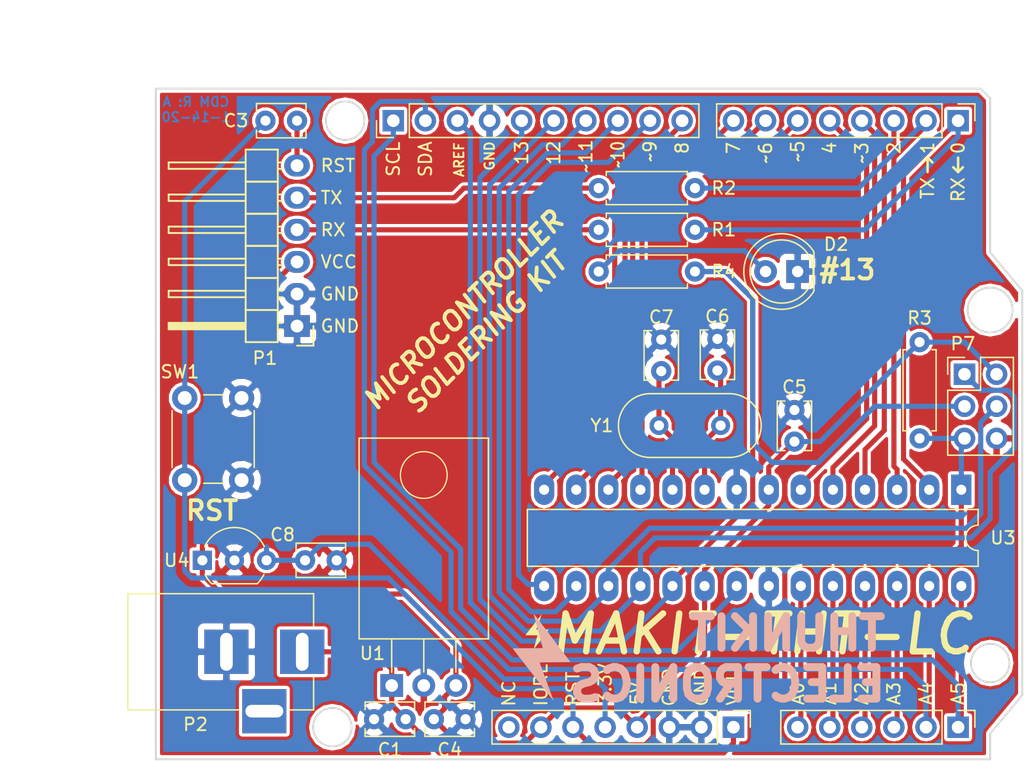
<source format=kicad_pcb>
(kicad_pcb (version 4) (host pcbnew 4.0.5+dfsg1-4)
  (title_block (title "MAKIT-THT Soldering Kit") (date 2018-05-13) (rev B) (company "Thunkit Electronics"))
  (layers (0 F.Cu signal) (31 B.Cu signal) (34 B.Paste user) (35 F.Paste user) (36 B.SilkS user) (37 F.SilkS user) (38 B.Mask user) (39 F.Mask user) (44 Edge.Cuts user))
  (net 0 "")
  (net 1 VIN)
  (net 2 GND)
  (net 3 +5V)
  (net 4 "Net-(C6-Pad2)")
  (net 5 "Net-(C7-Pad2)")
  (net 6 "Net-(P2-Pad3)")
  (net 7 RST)
  (net 8 PC5)
  (net 9 PC4)
  (net 10 PC3)
  (net 11 PC2)
  (net 12 PC1)
  (net 13 PC0)
  (net 14 PB0)
  (net 15 PB1)
  (net 16 PB2)
  (net 17 PB3)
  (net 18 PB4)
  (net 19 PB5)
  (net 20 AREF)
  (net 21 PD0)
  (net 22 PD1)
  (net 23 PD2)
  (net 24 PD3)
  (net 25 PD4)
  (net 26 PD6)
  (net 27 PD7)
  (net 28 "Net-(D2-Pad2)")
  (net 29 PD5)
  (net 30 "Net-(P3-Pad8)")
  (net 31 +3V3)
  (net 32 "Net-(P1-Pad5)")
  (net 33 "Net-(P1-Pad4)")
  (net 34 "Net-(C3-Pad1)")
  (module Capacitors_THT:C_Disc_D3.8mm_W2.6mm_P2.50mm (layer F.Cu) (at 125.476 74.422 180)
    (fp_text reference C3 (at 4.826 0 180) (layer F.SilkS))
    (fp_text value 1uF)
    (pad 1 thru_hole circle (at 0 0 180) (size 1.6 1.6) (drill 0.8) (layers *.Cu *.Mask) (net 34 "Net-(C3-Pad1)"))
    (pad 2 thru_hole circle (at 2.5 0 180) (size 1.6 1.6) (drill 0.8) (layers *.Cu *.Mask) (net 7 RST))
  )
  (module Housings_DIP:DIP-28_W7.62mm_LongPads (layer F.Cu) (at 178.054 103.632 270)
    (fp_text reference U3 (at 3.81 -3.302 540) (layer F.SilkS))
    (fp_text value ATMEGA328P-P)
    (pad 1 thru_hole rect (at 0 0 270) (size 2.4 1.6) (drill 0.8) (layers *.Cu *.Mask) (net 7 RST))
    (pad 15 thru_hole oval (at 7.62 33.02 270) (size 2.4 1.6) (drill 0.8) (layers *.Cu *.Mask) (net 15 PB1))
    (pad 2 thru_hole oval (at 0 2.54 270) (size 2.4 1.6) (drill 0.8) (layers *.Cu *.Mask) (net 21 PD0))
    (pad 16 thru_hole oval (at 7.62 30.48 270) (size 2.4 1.6) (drill 0.8) (layers *.Cu *.Mask) (net 16 PB2))
    (pad 3 thru_hole oval (at 0 5.08 270) (size 2.4 1.6) (drill 0.8) (layers *.Cu *.Mask) (net 22 PD1))
    (pad 17 thru_hole oval (at 7.62 27.94 270) (size 2.4 1.6) (drill 0.8) (layers *.Cu *.Mask) (net 17 PB3))
    (pad 4 thru_hole oval (at 0 7.62 270) (size 2.4 1.6) (drill 0.8) (layers *.Cu *.Mask) (net 23 PD2))
    (pad 18 thru_hole oval (at 7.62 25.4 270) (size 2.4 1.6) (drill 0.8) (layers *.Cu *.Mask) (net 18 PB4))
    (pad 5 thru_hole oval (at 0 10.16 270) (size 2.4 1.6) (drill 0.8) (layers *.Cu *.Mask) (net 24 PD3))
    (pad 19 thru_hole oval (at 7.62 22.86 270) (size 2.4 1.6) (drill 0.8) (layers *.Cu *.Mask) (net 19 PB5))
    (pad 6 thru_hole oval (at 0 12.7 270) (size 2.4 1.6) (drill 0.8) (layers *.Cu *.Mask) (net 25 PD4))
    (pad 20 thru_hole oval (at 7.62 20.32 270) (size 2.4 1.6) (drill 0.8) (layers *.Cu *.Mask) (net 3 +5V))
    (pad 7 thru_hole oval (at 0 15.24 270) (size 2.4 1.6) (drill 0.8) (layers *.Cu *.Mask) (net 3 +5V))
    (pad 21 thru_hole oval (at 7.62 17.78 270) (size 2.4 1.6) (drill 0.8) (layers *.Cu *.Mask) (net 20 AREF))
    (pad 8 thru_hole oval (at 0 17.78 270) (size 2.4 1.6) (drill 0.8) (layers *.Cu *.Mask) (net 2 GND))
    (pad 22 thru_hole oval (at 7.62 15.24 270) (size 2.4 1.6) (drill 0.8) (layers *.Cu *.Mask) (net 2 GND))
    (pad 9 thru_hole oval (at 0 20.32 270) (size 2.4 1.6) (drill 0.8) (layers *.Cu *.Mask) (net 4 "Net-(C6-Pad2)"))
    (pad 23 thru_hole oval (at 7.62 12.7 270) (size 2.4 1.6) (drill 0.8) (layers *.Cu *.Mask) (net 13 PC0))
    (pad 10 thru_hole oval (at 0 22.86 270) (size 2.4 1.6) (drill 0.8) (layers *.Cu *.Mask) (net 5 "Net-(C7-Pad2)"))
    (pad 24 thru_hole oval (at 7.62 10.16 270) (size 2.4 1.6) (drill 0.8) (layers *.Cu *.Mask) (net 12 PC1))
    (pad 11 thru_hole oval (at 0 25.4 270) (size 2.4 1.6) (drill 0.8) (layers *.Cu *.Mask) (net 29 PD5))
    (pad 25 thru_hole oval (at 7.62 7.62 270) (size 2.4 1.6) (drill 0.8) (layers *.Cu *.Mask) (net 11 PC2))
    (pad 12 thru_hole oval (at 0 27.94 270) (size 2.4 1.6) (drill 0.8) (layers *.Cu *.Mask) (net 26 PD6))
    (pad 26 thru_hole oval (at 7.62 5.08 270) (size 2.4 1.6) (drill 0.8) (layers *.Cu *.Mask) (net 10 PC3))
    (pad 13 thru_hole oval (at 0 30.48 270) (size 2.4 1.6) (drill 0.8) (layers *.Cu *.Mask) (net 27 PD7))
    (pad 27 thru_hole oval (at 7.62 2.54 270) (size 2.4 1.6) (drill 0.8) (layers *.Cu *.Mask) (net 9 PC4))
    (pad 14 thru_hole oval (at 0 33.02 270) (size 2.4 1.6) (drill 0.8) (layers *.Cu *.Mask) (net 14 PB0))
    (pad 28 thru_hole oval (at 7.62 0 270) (size 2.4 1.6) (drill 0.8) (layers *.Cu *.Mask) (net 8 PC5))
  )
  (module Capacitors_THT:C_Disc_D3.8mm_W2.6mm_P2.50mm (layer F.Cu) (at 164.846 99.822 90)
    (fp_text reference C5 (at 4.318 0 180) (layer F.SilkS))
    (fp_text value 1uF)
    (pad 1 thru_hole circle (at 0 0 90) (size 1.6 1.6) (drill 0.8) (layers *.Cu *.Mask) (net 3 +5V))
    (pad 2 thru_hole circle (at 2.5 0 90) (size 1.6 1.6) (drill 0.8) (layers *.Cu *.Mask) (net 2 GND))
  )
  (module Capacitors_THT:C_Disc_D3.8mm_W2.6mm_P2.50mm (layer F.Cu) (at 134.072 121.793 180)
    (fp_text reference C1 (at 1.23 -2.413 180) (layer F.SilkS))
    (fp_text value 1uF)
    (pad 1 thru_hole circle (at 0 0 180) (size 1.6 1.6) (drill 0.8) (layers *.Cu *.Mask) (net 1 VIN))
    (pad 2 thru_hole circle (at 2.5 0 180) (size 1.6 1.6) (drill 0.8) (layers *.Cu *.Mask) (net 2 GND))
  )
  (module Capacitors_THT:C_Disc_D3.8mm_W2.6mm_P2.50mm (layer F.Cu) (at 136.311 121.793)
    (fp_text reference C4 (at 1.25 2.413) (layer F.SilkS))
    (fp_text value 1uF)
    (pad 1 thru_hole circle (at 0 0) (size 1.6 1.6) (drill 0.8) (layers *.Cu *.Mask) (net 3 +5V))
    (pad 2 thru_hole circle (at 2.5 0) (size 1.6 1.6) (drill 0.8) (layers *.Cu *.Mask) (net 2 GND))
  )
  (module Capacitors_THT:C_Disc_D3.8mm_W2.6mm_P2.50mm (layer F.Cu) (at 158.75 91.694 270)
    (fp_text reference C6 (at -1.778 0 360) (layer F.SilkS))
    (fp_text value 22pF)
    (pad 1 thru_hole circle (at 0 0 270) (size 1.6 1.6) (drill 0.8) (layers *.Cu *.Mask) (net 2 GND))
    (pad 2 thru_hole circle (at 2.5 0 270) (size 1.6 1.6) (drill 0.8) (layers *.Cu *.Mask) (net 4 "Net-(C6-Pad2)"))
  )
  (module Capacitors_THT:C_Disc_D3.8mm_W2.6mm_P2.50mm (layer F.Cu) (at 154.305 91.748 270)
    (fp_text reference C7 (at -1.778 0 360) (layer F.SilkS))
    (fp_text value 22pF)
    (pad 1 thru_hole circle (at 0 0 270) (size 1.6 1.6) (drill 0.8) (layers *.Cu *.Mask) (net 2 GND))
    (pad 2 thru_hole circle (at 2.5 0 270) (size 1.6 1.6) (drill 0.8) (layers *.Cu *.Mask) (net 5 "Net-(C7-Pad2)"))
  )
  (module Connectors:BARREL_JACK (layer F.Cu) (at 125.888 116.459)
    (fp_text reference P2 (at -8.45 5.75 180) (layer F.SilkS))
    (fp_text value BARREL_JACK)
    (pad 1 thru_hole rect (at 0 0) (size 3.5 3.5) (drill oval 1 3) (layers *.Cu *.Mask) (net 1 VIN))
    (pad 2 thru_hole rect (at -6 0) (size 3.5 3.5) (drill oval 1 3) (layers *.Cu *.Mask) (net 2 GND))
    (pad 3 thru_hole rect (at -3 4.7) (size 3.5 3.5) (drill oval 3 1) (layers *.Cu *.Mask) (net 6 "Net-(P2-Pad3)"))
  )
  (module Pin_Headers:Pin_Header_Straight_1x06_Pitch2.54mm (layer F.Cu) (at 177.8 122.428 270)
    (fp_text reference P4 hide)
    (fp_text value CONN_01X06)
    (pad 1 thru_hole rect (at 0 0 270) (size 1.7 1.7) (drill 1) (layers *.Cu *.Mask) (net 8 PC5))
    (pad 2 thru_hole oval (at 0 2.54 270) (size 1.7 1.7) (drill 1) (layers *.Cu *.Mask) (net 9 PC4))
    (pad 3 thru_hole oval (at 0 5.08 270) (size 1.7 1.7) (drill 1) (layers *.Cu *.Mask) (net 10 PC3))
    (pad 4 thru_hole oval (at 0 7.62 270) (size 1.7 1.7) (drill 1) (layers *.Cu *.Mask) (net 11 PC2))
    (pad 5 thru_hole oval (at 0 10.16 270) (size 1.7 1.7) (drill 1) (layers *.Cu *.Mask) (net 12 PC1))
    (pad 6 thru_hole oval (at 0 12.7 270) (size 1.7 1.7) (drill 1) (layers *.Cu *.Mask) (net 13 PC0))
  )
  (module Pin_Headers:Pin_Header_Straight_1x08_Pitch2.54mm (layer F.Cu) (at 177.8 74.422 270)
    (fp_text reference P6 hide)
    (fp_text value CONN_01X08)
    (pad 1 thru_hole rect (at 0 0 270) (size 1.7 1.7) (drill 1) (layers *.Cu *.Mask) (net 21 PD0))
    (pad 2 thru_hole oval (at 0 2.54 270) (size 1.7 1.7) (drill 1) (layers *.Cu *.Mask) (net 22 PD1))
    (pad 3 thru_hole oval (at 0 5.08 270) (size 1.7 1.7) (drill 1) (layers *.Cu *.Mask) (net 23 PD2))
    (pad 4 thru_hole oval (at 0 7.62 270) (size 1.7 1.7) (drill 1) (layers *.Cu *.Mask) (net 24 PD3))
    (pad 5 thru_hole oval (at 0 10.16 270) (size 1.7 1.7) (drill 1) (layers *.Cu *.Mask) (net 25 PD4))
    (pad 6 thru_hole oval (at 0 12.7 270) (size 1.7 1.7) (drill 1) (layers *.Cu *.Mask) (net 29 PD5))
    (pad 7 thru_hole oval (at 0 15.24 270) (size 1.7 1.7) (drill 1) (layers *.Cu *.Mask) (net 26 PD6))
    (pad 8 thru_hole oval (at 0 17.78 270) (size 1.7 1.7) (drill 1) (layers *.Cu *.Mask) (net 27 PD7))
  )
  (module Resistors_THT:R_Axial_DIN0207_L6.3mm_D2.5mm_P7.62mm_Horizontal (layer F.Cu) (at 156.972 83.058 180)
    (fp_text reference R1 (at -2.286 0 180) (layer F.SilkS))
    (fp_text value 1K)
    (pad 1 thru_hole circle (at 0 0 180) (size 1.6 1.6) (drill 0.8) (layers *.Cu *.Mask) (net 21 PD0))
    (pad 2 thru_hole oval (at 7.62 0 180) (size 1.6 1.6) (drill 0.8) (layers *.Cu *.Mask) (net 33 "Net-(P1-Pad4)"))
  )
  (module Resistors_THT:R_Axial_DIN0207_L6.3mm_D2.5mm_P7.62mm_Horizontal (layer F.Cu) (at 156.972 79.756 180)
    (fp_text reference R2 (at -2.286 0 180) (layer F.SilkS))
    (fp_text value 1K)
    (pad 1 thru_hole circle (at 0 0 180) (size 1.6 1.6) (drill 0.8) (layers *.Cu *.Mask) (net 22 PD1))
    (pad 2 thru_hole oval (at 7.62 0 180) (size 1.6 1.6) (drill 0.8) (layers *.Cu *.Mask) (net 32 "Net-(P1-Pad5)"))
  )
  (module Resistors_THT:R_Axial_DIN0207_L6.3mm_D2.5mm_P7.62mm_Horizontal (layer F.Cu) (at 174.752 91.948 270)
    (fp_text reference R3 (at -1.905 0 360) (layer F.SilkS))
    (fp_text value 10K)
    (pad 1 thru_hole circle (at 0 0 270) (size 1.6 1.6) (drill 0.8) (layers *.Cu *.Mask) (net 3 +5V))
    (pad 2 thru_hole oval (at 7.62 0 270) (size 1.6 1.6) (drill 0.8) (layers *.Cu *.Mask) (net 7 RST))
  )
  (module Buttons_Switches_THT:SW_PUSH_6mm (layer F.Cu) (at 116.586 102.87 90)
    (fp_text reference SW1 (at 8.5725 -0.381 360) (layer F.SilkS))
    (fp_text value Push_SW)
    (pad 2 thru_hole circle (at 0 4.5 180) (size 2 2) (drill 1.1) (layers *.Cu *.Mask) (net 2 GND))
    (pad 1 thru_hole circle (at 0 0 180) (size 2 2) (drill 1.1) (layers *.Cu *.Mask) (net 7 RST))
    (pad 2 thru_hole circle (at 6.5 4.5 180) (size 2 2) (drill 1.1) (layers *.Cu *.Mask) (net 2 GND))
    (pad 1 thru_hole circle (at 6.5 0 180) (size 2 2) (drill 1.1) (layers *.Cu *.Mask) (net 7 RST))
  )
  (module Crystals:Crystal_HC49-U_Vertical (layer F.Cu) (at 159.004 98.552 180)
    (fp_text reference Y1 (at 9.398 0 180) (layer F.SilkS))
    (fp_text value 16MHz)
    (pad 1 thru_hole circle (at 0 0 180) (size 1.5 1.5) (drill 0.8) (layers *.Cu *.Mask) (net 4 "Net-(C6-Pad2)"))
    (pad 2 thru_hole circle (at 4.88 0 180) (size 1.5 1.5) (drill 0.8) (layers *.Cu *.Mask) (net 5 "Net-(C7-Pad2)"))
  )
  (module LEDs:LED_D5.0mm (layer F.Cu) (at 165.1 86.36 180)
    (fp_text reference D2 (at -3.048 2.159 360) (layer F.SilkS))
    (fp_text value LED)
    (pad 1 thru_hole rect (at 0 0 180) (size 1.8 1.8) (drill 0.9) (layers *.Cu *.Mask) (net 2 GND))
    (pad 2 thru_hole circle (at 2.54 0 180) (size 1.8 1.8) (drill 0.9) (layers *.Cu *.Mask) (net 28 "Net-(D2-Pad2)"))
  )
  (module Resistors_THT:R_Axial_DIN0207_L6.3mm_D2.5mm_P7.62mm_Horizontal (layer F.Cu) (at 149.352 86.36)
    (fp_text reference R4 (at 9.906 0 180) (layer F.SilkS))
    (fp_text value 330)
    (pad 1 thru_hole circle (at 0 0) (size 1.6 1.6) (drill 0.8) (layers *.Cu *.Mask) (net 28 "Net-(D2-Pad2)"))
    (pad 2 thru_hole oval (at 7.62 0) (size 1.6 1.6) (drill 0.8) (layers *.Cu *.Mask) (net 19 PB5))
  )
  (module Pin_Headers:Pin_Header_Straight_1x08_Pitch2.54mm (layer F.Cu) (at 160.02 122.428 270)
    (fp_text reference P3 hide)
    (fp_text value CONN_01X08)
    (pad 1 thru_hole rect (at 0 0 270) (size 1.7 1.7) (drill 1) (layers *.Cu *.Mask) (net 1 VIN))
    (pad 2 thru_hole oval (at 0 2.54 270) (size 1.7 1.7) (drill 1) (layers *.Cu *.Mask) (net 2 GND))
    (pad 3 thru_hole oval (at 0 5.08 270) (size 1.7 1.7) (drill 1) (layers *.Cu *.Mask) (net 2 GND))
    (pad 4 thru_hole oval (at 0 7.62 270) (size 1.7 1.7) (drill 1) (layers *.Cu *.Mask) (net 3 +5V))
    (pad 5 thru_hole oval (at 0 10.16 270) (size 1.7 1.7) (drill 1) (layers *.Cu *.Mask) (net 31 +3V3))
    (pad 6 thru_hole oval (at 0 12.7 270) (size 1.7 1.7) (drill 1) (layers *.Cu *.Mask) (net 7 RST))
    (pad 7 thru_hole oval (at 0 15.24 270) (size 1.7 1.7) (drill 1) (layers *.Cu *.Mask) (net 3 +5V))
    (pad 8 thru_hole oval (at 0 17.78 270) (size 1.7 1.7) (drill 1) (layers *.Cu *.Mask) (net 30 "Net-(P3-Pad8)"))
  )
  (module MOD:lightning (layer F.Cu) (at 144.526 114.808)
    (fp_text reference G*** hide)
    (fp_text value LOGO hide)
  )
  (module Pin_Headers:Pin_Header_Straight_2x03_Pitch2.54mm (layer F.Cu) (at 178.308 94.488)
    (fp_text reference P7 (at -0.127 -2.413) (layer F.SilkS))
    (fp_text value ICSP)
    (pad 1 thru_hole rect (at 0 0) (size 1.7 1.7) (drill 1) (layers *.Cu *.Mask) (net 18 PB4))
    (pad 2 thru_hole oval (at 2.54 0) (size 1.7 1.7) (drill 1) (layers *.Cu *.Mask) (net 3 +5V))
    (pad 3 thru_hole oval (at 0 2.54) (size 1.7 1.7) (drill 1) (layers *.Cu *.Mask) (net 19 PB5))
    (pad 4 thru_hole oval (at 2.54 2.54) (size 1.7 1.7) (drill 1) (layers *.Cu *.Mask) (net 17 PB3))
    (pad 5 thru_hole oval (at 0 5.08) (size 1.7 1.7) (drill 1) (layers *.Cu *.Mask) (net 7 RST))
    (pad 6 thru_hole oval (at 2.54 5.08) (size 1.7 1.7) (drill 1) (layers *.Cu *.Mask) (net 2 GND))
  )
  (module Pin_Headers:Pin_Header_Straight_1x10_Pitch2.54mm (layer F.Cu) (at 133.096 74.422 90)
    (fp_text reference P5 hide)
    (fp_text value CONN_01X10)
    (pad 1 thru_hole rect (at 0 0 90) (size 1.7 1.7) (drill 1) (layers *.Cu *.Mask) (net 8 PC5))
    (pad 2 thru_hole oval (at 0 2.54 90) (size 1.7 1.7) (drill 1) (layers *.Cu *.Mask) (net 9 PC4))
    (pad 3 thru_hole oval (at 0 5.08 90) (size 1.7 1.7) (drill 1) (layers *.Cu *.Mask) (net 20 AREF))
    (pad 4 thru_hole oval (at 0 7.62 90) (size 1.7 1.7) (drill 1) (layers *.Cu *.Mask) (net 2 GND))
    (pad 5 thru_hole oval (at 0 10.16 90) (size 1.7 1.7) (drill 1) (layers *.Cu *.Mask) (net 19 PB5))
    (pad 6 thru_hole oval (at 0 12.7 90) (size 1.7 1.7) (drill 1) (layers *.Cu *.Mask) (net 18 PB4))
    (pad 7 thru_hole oval (at 0 15.24 90) (size 1.7 1.7) (drill 1) (layers *.Cu *.Mask) (net 17 PB3))
    (pad 8 thru_hole oval (at 0 17.78 90) (size 1.7 1.7) (drill 1) (layers *.Cu *.Mask) (net 16 PB2))
    (pad 9 thru_hole oval (at 0 20.32 90) (size 1.7 1.7) (drill 1) (layers *.Cu *.Mask) (net 15 PB1))
    (pad 10 thru_hole oval (at 0 22.86 90) (size 1.7 1.7) (drill 1) (layers *.Cu *.Mask) (net 14 PB0))
  )
  (module Capacitors_THT:C_Disc_D3.8mm_W2.6mm_P2.50mm (layer F.Cu) (at 126.111 109.22)
    (fp_text reference C8 (at -1.778 -2.032 180) (layer F.SilkS))
    (fp_text value 1uF)
    (pad 1 thru_hole circle (at 0 0) (size 1.6 1.6) (drill 0.8) (layers *.Cu *.Mask) (net 31 +3V3))
    (pad 2 thru_hole circle (at 2.5 0) (size 1.6 1.6) (drill 0.8) (layers *.Cu *.Mask) (net 2 GND))
  )
  (module TO_SOT_Packages_THT:TO-92_Inline_Wide (layer F.Cu) (at 117.983 109.22)
    (fp_text reference U4 (at -2.032 0 180) (layer F.SilkS))
    (fp_text value "3.3V Reg.")
    (pad 2 thru_hole circle (at 2.54 0 90) (size 1.52 1.52) (drill 0.8) (layers *.Cu *.Mask) (net 2 GND))
    (pad 3 thru_hole circle (at 5.08 0 90) (size 1.52 1.52) (drill 0.8) (layers *.Cu *.Mask) (net 31 +3V3))
    (pad 1 thru_hole rect (at 0 0 90) (size 1.52 1.52) (drill 0.8) (layers *.Cu *.Mask) (net 3 +5V))
  )
  (module MOD:TO-220-3_Horizontal_NO_HOLE (layer F.Cu) (at 132.969 119.126)
    (fp_text reference U1 (at -1.524 -2.54) (layer F.SilkS))
    (fp_text value LM7805CT)
    (pad 1 thru_hole rect (at 0 0) (size 1.8 1.8) (drill 1) (layers *.Cu *.Mask) (net 1 VIN))
    (pad 2 thru_hole oval (at 2.54 0) (size 1.8 1.8) (drill 1) (layers *.Cu *.Mask) (net 2 GND))
    (pad 3 thru_hole oval (at 5.08 0) (size 1.8 1.8) (drill 1) (layers *.Cu *.Mask) (net 3 +5V))
  )
  (module MOD:lightning3 (layer B.Cu) (at 144.9705 117.0305)
    (fp_text reference G*** hide)
    (fp_text value LOGO hide)
  )
  (module Pin_Headers:Pin_Header_Angled_1x06 (layer F.Cu) (at 125.476 90.678 180)
    (fp_text reference P1 (at 2.54 -2.54 180) (layer F.SilkS))
    (fp_text value UART)
    (pad 1 thru_hole rect (at 0 0 180) (size 2.032 1.7272) (drill 1.016) (layers *.Cu *.Mask) (net 2 GND))
    (pad 2 thru_hole oval (at 0 2.54 180) (size 2.032 1.7272) (drill 1.016) (layers *.Cu *.Mask) (net 2 GND))
    (pad 3 thru_hole oval (at 0 5.08 180) (size 2.032 1.7272) (drill 1.016) (layers *.Cu *.Mask) (net 3 +5V))
    (pad 4 thru_hole oval (at 0 7.62 180) (size 2.032 1.7272) (drill 1.016) (layers *.Cu *.Mask) (net 33 "Net-(P1-Pad4)"))
    (pad 5 thru_hole oval (at 0 10.16 180) (size 2.032 1.7272) (drill 1.016) (layers *.Cu *.Mask) (net 32 "Net-(P1-Pad5)"))
    (pad 6 thru_hole oval (at 0 12.7 180) (size 2.032 1.7272) (drill 1.016) (layers *.Cu *.Mask) (net 34 "Net-(C3-Pad1)"))
  )
  (gr_text "SOLDERING KIT" (at 140.462 91.186 45) (layer F.SilkS) (effects (font (size 1.5 1.5) (thickness 0.3) italic)))
  (gr_text MICROCONTROLLER (at 138.684 89.408 45) (layer F.SilkS) (effects (font (size 1.5 1.5) (thickness 0.3) italic)))
  (gr_text GND (at 127.254 90.678) (layer F.SilkS) (effects (font (size 1 1)) (justify left)))
  (gr_text GND (at 127.254 88.138) (layer F.SilkS) (effects (font (size 1 1)) (justify left)))
  (gr_text VCC (at 127.254 85.598) (layer F.SilkS) (effects (font (size 1 1)) (justify left)))
  (gr_text RX (at 127.254 83.058) (layer F.SilkS) (effects (font (size 1 1)) (justify left)))
  (gr_text TX (at 127.254 80.518) (layer F.SilkS) (effects (font (size 1 1)) (justify left)))
  (gr_text RST (at 127.254 77.978) (layer F.SilkS) (effects (font (size 1 1)) (justify left)))
  (gr_line (start 179.578 71.882) (end 180.34 72.644) (layer Edge.Cuts) (width 0.15))
  (gr_text "THUNKIT\nELECTRONICS" (at 172.339 117.0305) (layer B.SilkS) (effects (font (size 2.5 2.5) (thickness 0.625)) (justify left mirror)))
  (gr_text 1 (at 175.387 76.581 90) (layer F.SilkS) (effects (font (size 1 1))))
  (gr_text 0 (at 177.8 76.581 90) (layer F.SilkS) (effects (font (size 1 1))))
  (gr_line (start 177.8 78.486) (end 177.418999 78.105) (layer F.SilkS) (width 0.2))
  (gr_line (start 177.8 78.486) (end 178.181 78.105) (layer F.SilkS) (width 0.2))
  (gr_line (start 177.8 77.343001) (end 177.8 78.486) (layer F.SilkS) (width 0.2))
  (gr_line (start 175.387 77.343) (end 175.768 77.724) (layer F.SilkS) (width 0.2))
  (gr_line (start 175.387 77.343) (end 175.006 77.724) (layer F.SilkS) (width 0.2))
  (gr_line (start 175.387 78.486) (end 175.387 77.343) (layer F.SilkS) (width 0.2))
  (gr_circle (center 128.27 122.428) (end 129.794 122.428) (layer Edge.Cuts) (width 0.15))
  (gr_text RX (at 177.8 79.883 90) (layer F.SilkS) (effects (font (size 1 1))))
  (gr_text TX (at 175.387 79.756 90) (layer F.SilkS) (effects (font (size 1 1))))
  (gr_text 2 (at 172.72 76.581 90) (layer F.SilkS) (effects (font (size 1 1))))
  (gr_text ~~3 (at 170.18 76.962 90) (layer F.SilkS) (effects (font (size 1 1))))
  (gr_text 4 (at 167.64 76.581 90) (layer F.SilkS) (effects (font (size 1 1))))
  (gr_text ~~5 (at 165.1 76.835 90) (layer F.SilkS) (effects (font (size 1 1))))
  (gr_text ~~6 (at 162.56 76.962 90) (layer F.SilkS) (effects (font (size 1 1))))
  (gr_text 7 (at 160.02 76.581 90) (layer F.SilkS) (effects (font (size 1 1))))
  (gr_text 8 (at 155.956 76.581 90) (layer F.SilkS) (effects (font (size 1 1))))
  (gr_text ~~9 (at 153.416 76.835 90) (layer F.SilkS) (effects (font (size 1 1))))
  (gr_text ~~10 (at 150.876 77.089 90) (layer F.SilkS) (effects (font (size 1 0.8))))
  (gr_text ~~11 (at 148.336 77.216 90) (layer F.SilkS) (effects (font (size 1 1))))
  (gr_text 12 (at 145.796 76.962 90) (layer F.SilkS) (effects (font (size 1 1))))
  (gr_text 13 (at 143.256 76.962 90) (layer F.SilkS) (effects (font (size 1 1))))
  (gr_text GND (at 140.716 77.216 90) (layer F.SilkS) (effects (font (size 0.75 0.75))))
  (gr_text "AREF " (at 138.303 77.216 90) (layer F.SilkS) (effects (font (size 0.75 0.75))))
  (gr_text SCL (at 133.096 77.47 90) (layer F.SilkS) (effects (font (size 1 1))))
  (gr_text SDA (at 135.636 77.47 90) (layer F.SilkS) (effects (font (size 1 1))))
  (gr_text A5 (at 177.8 119.761 90) (layer F.SilkS) (effects (font (size 1 1))))
  (gr_text A4 (at 175.26 119.761 90) (layer F.SilkS) (effects (font (size 1 1))))
  (gr_text A3 (at 172.72 119.761 90) (layer F.SilkS) (effects (font (size 1 1))))
  (gr_text A2 (at 170.18 119.761 90) (layer F.SilkS) (effects (font (size 1 1))))
  (gr_text A1 (at 167.64 119.761 90) (layer F.SilkS) (effects (font (size 1 1))))
  (gr_text A0 (at 165.1 119.761 90) (layer F.SilkS) (effects (font (size 1 1))))
  (gr_text VIN (at 160.02 119.507 90) (layer F.SilkS) (effects (font (size 1 1))))
  (gr_text GND (at 157.48 119.253 90) (layer F.SilkS) (effects (font (size 1 1))))
  (gr_text GND (at 154.94 119.253 90) (layer F.SilkS) (effects (font (size 1 1))))
  (gr_text 5V (at 152.4 119.761 90) (layer F.SilkS) (effects (font (size 1 1))))
  (gr_text 3.3V (at 149.86 118.999 90) (layer F.SilkS) (effects (font (size 1 1))))
  (gr_text RST (at 147.32 119.38 90) (layer F.SilkS) (effects (font (size 1 1))))
  (gr_text IOREF (at 144.78 118.618 90) (layer F.SilkS) (effects (font (size 1 1))))
  (gr_text NC (at 142.24 119.761 90) (layer F.SilkS) (effects (font (size 1 1))))
  (gr_text "CDM R: A\n1-14-20" (at 117.475 73.533) (layer B.Cu) (effects (font (size 0.75 0.75)) (justify mirror)))
  (gr_text RST (at 118.745 105.283) (layer F.SilkS) (effects (font (size 1.5 1.5) (thickness 0.3))))
  (gr_text MAKIT-THT-LC (at 162.306 115.062) (layer F.SilkS) (effects (font (size 3 3) (thickness 0.5) italic)))
  (gr_text "#13" (at 169.037 86.233) (layer F.SilkS) (effects (font (size 1.5 1.5) (thickness 0.3))))
  (gr_circle (center 180.34 117.348) (end 181.864 117.348) (layer Edge.Cuts) (width 0.15))
  (gr_circle (center 180.34 89.408) (end 182.118 89.408) (layer Edge.Cuts) (width 0.15))
  (gr_circle (center 129.286 74.422) (end 130.81 74.422) (layer Edge.Cuts) (width 0.15))
  (gr_line (start 180.34 122.936) (end 180.34 124.968) (layer Edge.Cuts) (width 0.15))
  (gr_line (start 182.88 119.888) (end 180.34 122.936) (layer Edge.Cuts) (width 0.15))
  (gr_line (start 182.88 87.884) (end 182.88 119.888) (layer Edge.Cuts) (width 0.15))
  (gr_line (start 180.34 84.836) (end 182.88 87.884) (layer Edge.Cuts) (width 0.15))
  (gr_line (start 180.34 72.644) (end 180.34 84.836) (layer Edge.Cuts) (width 0.15))
  (gr_line (start 114.3 71.882) (end 179.578 71.882) (layer Edge.Cuts) (width 0.15))
  (gr_line (start 114.3 124.968) (end 114.3 71.882) (layer Edge.Cuts) (width 0.15))
  (gr_line (start 180.34 124.968) (end 114.3 124.968) (layer Edge.Cuts) (width 0.15))
  (segment (start 134.072 121.793) (end 136.739 124.46) (width 0.4064) (layer F.Cu) (net 1))
  (segment (start 136.739 124.46) (end 159.258 124.46) (width 0.4064) (layer F.Cu) (net 1))
  (segment (start 159.258 124.46) (end 159.258 124.4464) (width 0.4064) (layer F.Cu) (net 1))
  (segment (start 159.258 124.4464) (end 160.02 123.6844) (width 0.4064) (layer F.Cu) (net 1))
  (segment (start 160.02 123.6844) (end 160.02 122.428) (width 0.4064) (layer F.Cu) (net 1))
  (segment (start 132.969 119.126) (end 132.969 120.69) (width 0.4064) (layer F.Cu) (net 1))
  (segment (start 132.969 120.69) (end 134.072 121.793) (width 0.4064) (layer F.Cu) (net 1))
  (segment (start 125.888 116.459) (end 131.6084 116.459) (width 0.4064) (layer F.Cu) (net 1))
  (segment (start 131.6084 116.459) (end 132.969 117.8196) (width 0.4064) (layer F.Cu) (net 1))
  (segment (start 132.969 117.8196) (end 132.969 119.126) (width 0.4064) (layer F.Cu) (net 1))
  (segment (start 117.983 109.22) (end 117.983 107.061) (width 0.4064) (layer F.Cu) (net 3))
  (segment (start 117.983 107.061) (end 119.761 105.283) (width 0.4064) (layer F.Cu) (net 3))
  (segment (start 123.698 87.2236) (end 125.3236 85.598) (width 0.4064) (layer F.Cu) (net 3))
  (segment (start 119.761 105.283) (end 121.793 105.283) (width 0.4064) (layer F.Cu) (net 3))
  (segment (start 121.793 105.283) (end 123.698 103.378) (width 0.4064) (layer F.Cu) (net 3))
  (segment (start 123.698 103.378) (end 123.698 87.2236) (width 0.4064) (layer F.Cu) (net 3))
  (segment (start 125.3236 85.598) (end 125.476 85.598) (width 0.4064) (layer F.Cu) (net 3))
  (segment (start 138.049 119.126) (end 137.149001 120.025999) (width 0.4064) (layer F.Cu) (net 3))
  (segment (start 137.149001 120.025999) (end 137.149001 120.954999) (width 0.4064) (layer F.Cu) (net 3))
  (segment (start 137.149001 120.954999) (end 136.311 121.793) (width 0.4064) (layer F.Cu) (net 3))
  (segment (start 133.985 111.887) (end 138.049 115.951) (width 0.4064) (layer F.Cu) (net 3))
  (segment (start 118.237 110.617) (end 119.507 111.887) (width 0.4064) (layer F.Cu) (net 3))
  (segment (start 119.507 111.887) (end 133.985 111.887) (width 0.4064) (layer F.Cu) (net 3))
  (segment (start 118.2136 110.617) (end 118.237 110.617) (width 0.4064) (layer F.Cu) (net 3))
  (segment (start 138.049 115.951) (end 138.049 119.126) (width 0.4064) (layer F.Cu) (net 3))
  (segment (start 144.78 122.428) (end 143.523599 123.684401) (width 0.4064) (layer F.Cu) (net 3))
  (segment (start 143.523599 123.684401) (end 138.202401 123.684401) (width 0.4064) (layer F.Cu) (net 3))
  (segment (start 138.202401 123.684401) (end 136.311 121.793) (width 0.4064) (layer F.Cu) (net 3))
  (segment (start 117.983 109.22) (end 117.983 110.3864) (width 0.4064) (layer F.Cu) (net 3))
  (segment (start 117.983 110.3864) (end 118.2136 110.617) (width 0.4064) (layer F.Cu) (net 3))
  (segment (start 164.846 99.822) (end 166.878 99.822) (width 0.4064) (layer B.Cu) (net 3))
  (segment (start 166.878 99.822) (end 174.752 91.948) (width 0.4064) (layer B.Cu) (net 3))
  (segment (start 162.814 103.632) (end 162.814 101.854) (width 0.4064) (layer F.Cu) (net 3))
  (segment (start 162.814 101.854) (end 164.846 99.822) (width 0.4064) (layer F.Cu) (net 3))
  (segment (start 157.734 116.713) (end 157.734 111.252) (width 0.4064) (layer F.Cu) (net 3))
  (segment (start 152.4 122.047) (end 157.734 116.713) (width 0.4064) (layer F.Cu) (net 3))
  (segment (start 152.4 122.428) (end 152.4 122.047) (width 0.4064) (layer F.Cu) (net 3))
  (segment (start 150.876 120.904) (end 152.4 122.428) (width 0.4064) (layer F.Cu) (net 3))
  (segment (start 162.814 104.883) (end 162.814 103.632) (width 0.4064) (layer F.Cu) (net 3))
  (segment (start 157.734 109.963) (end 157.734 111.252) (width 0.4064) (layer F.Cu) (net 3))
  (segment (start 162.814 104.883) (end 157.734 109.963) (width 0.4064) (layer F.Cu) (net 3))
  (segment (start 146.304 120.904) (end 150.876 120.904) (width 0.4064) (layer F.Cu) (net 3))
  (segment (start 174.244 91.948) (end 178.308 91.948) (width 0.4064) (layer B.Cu) (net 3))
  (segment (start 178.308 91.948) (end 180.848 94.488) (width 0.4064) (layer B.Cu) (net 3))
  (segment (start 144.78 122.428) (end 146.304 120.904) (width 0.4064) (layer F.Cu) (net 3))
  (segment (start 125.476 85.598) (end 125.3236 85.598) (width 0.4064) (layer B.Cu) (net 3))
  (segment (start 157.734 99.822) (end 157.734 103.632) (width 0.4064) (layer F.Cu) (net 4))
  (segment (start 159.004 98.552) (end 159.004 94.194) (width 0.4064) (layer F.Cu) (net 4))
  (segment (start 159.004 98.552) (end 157.734 99.822) (width 0.4064) (layer F.Cu) (net 4))
  (segment (start 155.194 99.568) (end 155.194 103.632) (width 0.4064) (layer F.Cu) (net 5))
  (segment (start 154.124 98.552) (end 154.124 94.248) (width 0.4064) (layer F.Cu) (net 5))
  (segment (start 154.124 98.498) (end 155.194 99.568) (width 0.4064) (layer F.Cu) (net 5))
  (segment (start 116.586 96.37) (end 116.586 80.812) (width 0.4064) (layer B.Cu) (net 7))
  (segment (start 116.586 80.812) (end 122.976 74.422) (width 0.4064) (layer B.Cu) (net 7))
  (segment (start 116.586 102.87) (end 116.586 110.074522) (width 0.4064) (layer B.Cu) (net 7))
  (segment (start 116.586 110.074522) (end 117.128478 110.617) (width 0.4064) (layer B.Cu) (net 7))
  (segment (start 117.128478 110.617) (end 132.715 110.617) (width 0.4064) (layer B.Cu) (net 7))
  (segment (start 132.715 110.617) (end 141.478 119.38) (width 0.4064) (layer B.Cu) (net 7))
  (segment (start 141.478 119.38) (end 146.685 119.38) (width 0.4064) (layer B.Cu) (net 7))
  (segment (start 146.685 119.38) (end 147.32 120.015) (width 0.4064) (layer B.Cu) (net 7))
  (segment (start 147.32 120.015) (end 147.32 122.428) (width 0.4064) (layer B.Cu) (net 7))
  (segment (start 116.586 96.37) (end 116.586 102.87) (width 0.4064) (layer B.Cu) (net 7))
  (segment (start 153.035 123.825) (end 148.717 123.825) (width 0.4064) (layer F.Cu) (net 7))
  (segment (start 147.32 122.428) (end 148.169999 123.277999) (width 0.4064) (layer F.Cu) (net 7))
  (segment (start 148.169999 123.277999) (end 148.717 123.825) (width 0.4064) (layer F.Cu) (net 7))
  (segment (start 178.054 103.632) (end 178.054 108.077) (width 0.4064) (layer F.Cu) (net 7))
  (segment (start 178.054 108.077) (end 177.038 109.093) (width 0.4064) (layer F.Cu) (net 7))
  (segment (start 163.068 120.904) (end 154.432 120.904) (width 0.4064) (layer F.Cu) (net 7))
  (segment (start 177.038 109.093) (end 164.973 109.093) (width 0.4064) (layer F.Cu) (net 7))
  (segment (start 164.973 109.093) (end 164.084 109.982) (width 0.4064) (layer F.Cu) (net 7))
  (segment (start 164.084 109.982) (end 164.084 119.888) (width 0.4064) (layer F.Cu) (net 7))
  (segment (start 164.084 119.888) (end 163.068 120.904) (width 0.4064) (layer F.Cu) (net 7))
  (segment (start 154.432 120.904) (end 153.67 121.666) (width 0.4064) (layer F.Cu) (net 7))
  (segment (start 153.67 121.666) (end 153.67 123.19) (width 0.4064) (layer F.Cu) (net 7))
  (segment (start 153.67 123.19) (end 153.035 123.825) (width 0.4064) (layer F.Cu) (net 7))
  (segment (start 174.244 99.568) (end 178.308 99.568) (width 0.4064) (layer B.Cu) (net 7))
  (segment (start 178.181 99.695) (end 178.308 99.568) (width 0.4064) (layer B.Cu) (net 7))
  (segment (start 178.054 102.743) (end 178.054 99.822) (width 0.4064) (layer B.Cu) (net 7))
  (segment (start 178.054 99.822) (end 178.308 99.568) (width 0.4064) (layer B.Cu) (net 7))
  (segment (start 177.8 119.126) (end 177.8 121.1716) (width 0.4064) (layer B.Cu) (net 8))
  (segment (start 175.768 117.094) (end 177.8 119.126) (width 0.4064) (layer B.Cu) (net 8))
  (segment (start 142.494 117.094) (end 175.768 117.094) (width 0.4064) (layer B.Cu) (net 8))
  (segment (start 138.43 113.03) (end 142.494 117.094) (width 0.4064) (layer B.Cu) (net 8))
  (segment (start 138.43 108.331) (end 138.43 113.03) (width 0.4064) (layer B.Cu) (net 8))
  (segment (start 131.572 101.473) (end 138.43 108.331) (width 0.4064) (layer B.Cu) (net 8))
  (segment (start 131.572 77.2024) (end 131.572 101.473) (width 0.4064) (layer B.Cu) (net 8))
  (segment (start 133.096 75.6784) (end 131.572 77.2024) (width 0.4064) (layer B.Cu) (net 8))
  (segment (start 133.096 74.422) (end 133.096 75.6784) (width 0.4064) (layer B.Cu) (net 8))
  (segment (start 177.8 121.1716) (end 177.8 122.428) (width 0.4064) (layer B.Cu) (net 8))
  (segment (start 178.054 110.363) (end 178.054 122.174) (width 0.4064) (layer F.Cu) (net 8))
  (segment (start 178.054 122.174) (end 177.8 122.428) (width 0.4064) (layer F.Cu) (net 8))
  (segment (start 130.81 101.727) (end 137.668 108.585) (width 0.4064) (layer B.Cu) (net 9))
  (segment (start 137.668 108.585) (end 137.668 113.284) (width 0.4064) (layer B.Cu) (net 9))
  (segment (start 175.26 119.253) (end 175.26 120.015) (width 0.4064) (layer B.Cu) (net 9))
  (segment (start 142.24 117.856) (end 137.668 113.284) (width 0.4064) (layer B.Cu) (net 9))
  (segment (start 135.636 74.422) (end 135.636 73.219919) (width 0.4064) (layer B.Cu) (net 9))
  (segment (start 135.636 73.219919) (end 135.314081 72.898) (width 0.4064) (layer B.Cu) (net 9))
  (segment (start 135.314081 72.898) (end 132.08 72.898) (width 0.4064) (layer B.Cu) (net 9))
  (segment (start 132.08 72.898) (end 131.445 73.533) (width 0.4064) (layer B.Cu) (net 9))
  (segment (start 130.81 76.708) (end 130.81 101.727) (width 0.4064) (layer B.Cu) (net 9))
  (segment (start 131.445 73.533) (end 131.445 76.073) (width 0.4064) (layer B.Cu) (net 9))
  (segment (start 131.445 76.073) (end 130.81 76.708) (width 0.4064) (layer B.Cu) (net 9))
  (segment (start 175.26 122.428) (end 175.26 120.015) (width 0.4064) (layer B.Cu) (net 9))
  (segment (start 175.26 119.253) (end 173.863 117.856) (width 0.4064) (layer B.Cu) (net 9))
  (segment (start 173.863 117.856) (end 142.24 117.856) (width 0.4064) (layer B.Cu) (net 9))
  (segment (start 175.514 110.363) (end 175.514 122.174) (width 0.4064) (layer F.Cu) (net 9))
  (segment (start 175.514 122.174) (end 175.26 122.428) (width 0.4064) (layer F.Cu) (net 9))
  (segment (start 172.974 110.363) (end 172.974 122.174) (width 0.4064) (layer F.Cu) (net 10))
  (segment (start 172.974 122.174) (end 172.72 122.428) (width 0.4064) (layer F.Cu) (net 10))
  (segment (start 170.434 110.363) (end 170.434 122.174) (width 0.4064) (layer F.Cu) (net 11))
  (segment (start 170.434 122.174) (end 170.18 122.428) (width 0.4064) (layer F.Cu) (net 11))
  (segment (start 167.894 110.363) (end 167.894 122.174) (width 0.4064) (layer F.Cu) (net 12))
  (segment (start 167.894 122.174) (end 167.64 122.428) (width 0.4064) (layer F.Cu) (net 12))
  (segment (start 165.354 110.363) (end 165.354 122.174) (width 0.4064) (layer F.Cu) (net 13))
  (segment (start 165.354 122.174) (end 165.1 122.428) (width 0.4064) (layer F.Cu) (net 13))
  (segment (start 150.622 80.01) (end 150.622 97.409) (width 0.4064) (layer F.Cu) (net 14))
  (segment (start 145.034 103.632) (end 145.034 103.232) (width 0.4064) (layer F.Cu) (net 14))
  (segment (start 145.034 103.232) (end 150.622 97.644) (width 0.4064) (layer F.Cu) (net 14))
  (segment (start 150.622 97.644) (end 150.622 97.409) (width 0.4064) (layer F.Cu) (net 14))
  (segment (start 155.956 74.676) (end 150.622 80.01) (width 0.4064) (layer F.Cu) (net 14))
  (segment (start 155.956 74.422) (end 155.956 74.676) (width 0.4064) (layer F.Cu) (net 14))
  (segment (start 145.034 111.125) (end 143.764 111.125) (width 0.4064) (layer B.Cu) (net 15))
  (segment (start 145.542 77.724) (end 150.114 77.724) (width 0.4064) (layer B.Cu) (net 15))
  (segment (start 143.764 111.125) (end 143.002 110.363) (width 0.4064) (layer B.Cu) (net 15))
  (segment (start 143.002 80.264) (end 145.542 77.724) (width 0.4064) (layer B.Cu) (net 15))
  (segment (start 143.002 110.363) (end 143.002 80.264) (width 0.4064) (layer B.Cu) (net 15))
  (segment (start 150.114 77.724) (end 153.416 74.422) (width 0.4064) (layer B.Cu) (net 15))
  (segment (start 147.574 111.652) (end 145.942 113.284) (width 0.4064) (layer B.Cu) (net 16))
  (segment (start 145.942 113.284) (end 144.018 113.284) (width 0.4064) (layer B.Cu) (net 16))
  (segment (start 144.018 113.284) (end 142.24 111.506) (width 0.4064) (layer B.Cu) (net 16))
  (segment (start 145.288 76.962) (end 148.336 76.962) (width 0.4064) (layer B.Cu) (net 16))
  (segment (start 142.24 111.506) (end 142.24 80.01) (width 0.4064) (layer B.Cu) (net 16))
  (segment (start 142.24 80.01) (end 145.288 76.962) (width 0.4064) (layer B.Cu) (net 16))
  (segment (start 148.336 76.962) (end 150.876 74.422) (width 0.4064) (layer B.Cu) (net 16))
  (segment (start 150.114 111.633) (end 147.72 114.027) (width 0.4064) (layer B.Cu) (net 17))
  (segment (start 141.478 79.756) (end 144.907 76.327) (width 0.4064) (layer B.Cu) (net 17))
  (segment (start 147.72 114.027) (end 143.764 114.027) (width 0.4064) (layer B.Cu) (net 17))
  (segment (start 143.764 114.027) (end 141.478 111.741) (width 0.4064) (layer B.Cu) (net 17))
  (segment (start 141.478 111.741) (end 141.478 79.756) (width 0.4064) (layer B.Cu) (net 17))
  (segment (start 144.907 76.327) (end 146.431 76.327) (width 0.4064) (layer B.Cu) (net 17))
  (segment (start 146.431 76.327) (end 148.336 74.422) (width 0.4064) (layer B.Cu) (net 17))
  (segment (start 179.591599 98.284401) (end 180.848 97.028) (width 0.4064) (layer B.Cu) (net 17))
  (segment (start 150.114 109.963) (end 150.114 111.252) (width 0.4064) (layer B.Cu) (net 17))
  (segment (start 179.591599 98.284401) (end 179.591599 105.523401) (width 0.4064) (layer B.Cu) (net 17))
  (segment (start 179.591599 105.523401) (end 178.435 106.68) (width 0.4064) (layer B.Cu) (net 17))
  (segment (start 178.435 106.68) (end 153.397 106.68) (width 0.4064) (layer B.Cu) (net 17))
  (segment (start 153.397 106.68) (end 150.114 109.963) (width 0.4064) (layer B.Cu) (net 17))
  (segment (start 140.716 79.502) (end 145.796 74.422) (width 0.4064) (layer B.Cu) (net 18))
  (segment (start 140.716 79.502) (end 140.716 112.014) (width 0.4064) (layer B.Cu) (net 18))
  (segment (start 140.716 112.014) (end 143.51 114.808) (width 0.4064) (layer B.Cu) (net 18))
  (segment (start 178.308 94.488) (end 179.578 95.758) (width 0.4064) (layer B.Cu) (net 18))
  (segment (start 181.737 95.758) (end 182.245 96.266) (width 0.4064) (layer B.Cu) (net 18))
  (segment (start 179.578 95.758) (end 181.737 95.758) (width 0.4064) (layer B.Cu) (net 18))
  (segment (start 182.245 96.266) (end 182.245 100.33) (width 0.4064) (layer B.Cu) (net 18))
  (segment (start 182.245 100.33) (end 180.34 102.235) (width 0.4064) (layer B.Cu) (net 18))
  (segment (start 152.654 111.633) (end 149.498 114.789) (width 0.4064) (layer B.Cu) (net 18))
  (segment (start 180.34 102.235) (end 180.34 105.918) (width 0.4064) (layer B.Cu) (net 18))
  (segment (start 180.34 105.918) (end 178.816 107.442) (width 0.4064) (layer B.Cu) (net 18))
  (segment (start 178.816 107.442) (end 153.797 107.442) (width 0.4064) (layer B.Cu) (net 18))
  (segment (start 153.797 107.442) (end 152.654 108.585) (width 0.4064) (layer B.Cu) (net 18))
  (segment (start 152.654 108.585) (end 152.654 110.763) (width 0.4064) (layer B.Cu) (net 18))
  (segment (start 149.479 114.808) (end 143.491 114.808) (width 0.4064) (layer B.Cu) (net 18))
  (segment (start 178.308 97.028) (end 171.196 97.028) (width 0.4064) (layer B.Cu) (net 19))
  (segment (start 171.196 97.028) (end 166.751 101.473) (width 0.4064) (layer B.Cu) (net 19))
  (segment (start 161.544 88.519) (end 159.385 86.36) (width 0.4064) (layer B.Cu) (net 19))
  (segment (start 166.751 101.473) (end 163.068 101.473) (width 0.4064) (layer B.Cu) (net 19))
  (segment (start 161.544 99.949) (end 161.544 88.519) (width 0.4064) (layer B.Cu) (net 19))
  (segment (start 163.068 101.473) (end 161.544 99.949) (width 0.4064) (layer B.Cu) (net 19))
  (segment (start 159.385 86.36) (end 156.972 86.36) (width 0.4064) (layer B.Cu) (net 19))
  (segment (start 139.954 112.303) (end 139.954 79.121) (width 0.4064) (layer B.Cu) (net 19))
  (segment (start 143.256 74.422) (end 143.256 75.624081) (width 0.4064) (layer B.Cu) (net 19))
  (segment (start 143.256 75.624081) (end 139.954 78.926081) (width 0.4064) (layer B.Cu) (net 19))
  (segment (start 139.954 78.926081) (end 139.954 79.121) (width 0.4064) (layer B.Cu) (net 19))
  (segment (start 155.194 111.687) (end 151.276 115.605) (width 0.4064) (layer B.Cu) (net 19))
  (segment (start 151.276 115.605) (end 143.256 115.605) (width 0.4064) (layer B.Cu) (net 19))
  (segment (start 143.256 115.605) (end 139.954 112.303) (width 0.4064) (layer B.Cu) (net 19))
  (segment (start 155.194 111.252) (end 155.194 110.852) (width 0.4064) (layer F.Cu) (net 19))
  (segment (start 155.194 110.852) (end 161.544 104.502) (width 0.4064) (layer F.Cu) (net 19))
  (segment (start 161.544 104.502) (end 161.544 88.519) (width 0.4064) (layer F.Cu) (net 19))
  (segment (start 161.544 88.519) (end 159.385 86.36) (width 0.4064) (layer F.Cu) (net 19))
  (segment (start 159.385 86.36) (end 156.972 86.36) (width 0.4064) (layer F.Cu) (net 19))
  (segment (start 160.274 111.687) (end 155.594 116.367) (width 0.4064) (layer B.Cu) (net 20))
  (segment (start 155.594 116.367) (end 143.002 116.367) (width 0.4064) (layer B.Cu) (net 20))
  (segment (start 143.002 116.367) (end 139.192 112.557) (width 0.4064) (layer B.Cu) (net 20))
  (segment (start 139.192 112.557) (end 139.192 75.438) (width 0.4064) (layer B.Cu) (net 20))
  (segment (start 139.192 75.438) (end 138.176 74.422) (width 0.4064) (layer B.Cu) (net 20))
  (segment (start 156.972 83.058) (end 170.4204 83.058) (width 0.4064) (layer B.Cu) (net 21))
  (segment (start 170.4204 83.058) (end 177.8 75.6784) (width 0.4064) (layer B.Cu) (net 21))
  (segment (start 177.8 74.422) (end 173.482 78.74) (width 0.4064) (layer F.Cu) (net 21))
  (segment (start 173.482 78.74) (end 173.482 101.2) (width 0.4064) (layer F.Cu) (net 21))
  (segment (start 173.482 101.2) (end 175.514 103.232) (width 0.4064) (layer F.Cu) (net 21))
  (segment (start 175.514 103.232) (end 175.514 103.632) (width 0.4064) (layer F.Cu) (net 21))
  (segment (start 177.8 75.6784) (end 177.8 74.422) (width 0.4064) (layer B.Cu) (net 21))
  (segment (start 156.972 79.756) (end 169.926 79.756) (width 0.4064) (layer B.Cu) (net 22))
  (segment (start 169.926 79.756) (end 175.26 74.422) (width 0.4064) (layer B.Cu) (net 22))
  (segment (start 172.974 103.632) (end 172.974 102.0256) (width 0.4064) (layer F.Cu) (net 22))
  (segment (start 172.974 102.0256) (end 172.72 101.7716) (width 0.4064) (layer F.Cu) (net 22))
  (segment (start 172.72 77.343) (end 175.26 74.803) (width 0.4064) (layer F.Cu) (net 22))
  (segment (start 172.72 101.7716) (end 172.72 77.343) (width 0.4064) (layer F.Cu) (net 22))
  (segment (start 175.26 74.803) (end 175.26 74.422) (width 0.4064) (layer F.Cu) (net 22))
  (segment (start 170.434 103.632) (end 170.434 100.457) (width 0.4064) (layer F.Cu) (net 23))
  (segment (start 171.958 76.962) (end 172.72 76.2) (width 0.4064) (layer F.Cu) (net 23))
  (segment (start 170.434 100.457) (end 171.958 98.933) (width 0.4064) (layer F.Cu) (net 23))
  (segment (start 171.958 98.933) (end 171.958 76.962) (width 0.4064) (layer F.Cu) (net 23))
  (segment (start 172.72 76.2) (end 172.72 74.422) (width 0.4064) (layer F.Cu) (net 23))
  (segment (start 170.18 74.422) (end 171.196 75.438) (width 0.4064) (layer F.Cu) (net 24))
  (segment (start 171.196 75.438) (end 171.196 98.57888) (width 0.4064) (layer F.Cu) (net 24))
  (segment (start 171.196 98.57888) (end 167.894 101.88088) (width 0.4064) (layer F.Cu) (net 24))
  (segment (start 167.894 101.88088) (end 167.894 103.632) (width 0.4064) (layer F.Cu) (net 24))
  (segment (start 165.354 103.632) (end 165.354 103.232) (width 0.4064) (layer F.Cu) (net 25))
  (segment (start 170.561 98.025) (end 170.561 77.343) (width 0.4064) (layer F.Cu) (net 25))
  (segment (start 165.354 103.232) (end 170.561 98.025) (width 0.4064) (layer F.Cu) (net 25))
  (segment (start 170.561 77.343) (end 167.64 74.422) (width 0.4064) (layer F.Cu) (net 25))
  (segment (start 162.56 74.422) (end 159.512 77.47) (width 0.4064) (layer F.Cu) (net 26))
  (segment (start 159.512 77.47) (end 155.702 77.47) (width 0.4064) (layer F.Cu) (net 26))
  (segment (start 150.114 103.232) (end 150.114 103.632) (width 0.4064) (layer F.Cu) (net 26))
  (segment (start 155.702 77.47) (end 152.044389 81.127611) (width 0.4064) (layer F.Cu) (net 26))
  (segment (start 152.044389 81.127611) (end 152.044389 101.301611) (width 0.4064) (layer F.Cu) (net 26))
  (segment (start 152.044389 101.301611) (end 150.114 103.232) (width 0.4064) (layer F.Cu) (net 26))
  (segment (start 160.02 74.422) (end 157.734 76.708) (width 0.4064) (layer F.Cu) (net 27))
  (segment (start 157.734 76.708) (end 155.194 76.708) (width 0.4064) (layer F.Cu) (net 27))
  (segment (start 155.194 76.708) (end 151.434779 80.467221) (width 0.4064) (layer F.Cu) (net 27))
  (segment (start 151.434779 80.467221) (end 151.434779 99.371221) (width 0.4064) (layer F.Cu) (net 27))
  (segment (start 147.574 103.232) (end 147.574 103.632) (width 0.4064) (layer F.Cu) (net 27))
  (segment (start 151.434779 99.371221) (end 147.574 103.232) (width 0.4064) (layer F.Cu) (net 27))
  (segment (start 151.003 84.709) (end 160.909 84.709) (width 0.4064) (layer B.Cu) (net 28))
  (segment (start 160.909 84.709) (end 162.56 86.36) (width 0.4064) (layer B.Cu) (net 28))
  (segment (start 149.352 86.36) (end 151.003 84.709) (width 0.4064) (layer B.Cu) (net 28))
  (segment (start 161.29 78.232) (end 155.956 78.232) (width 0.4064) (layer F.Cu) (net 29))
  (segment (start 165.1 74.422) (end 161.29 78.232) (width 0.4064) (layer F.Cu) (net 29))
  (segment (start 152.781 81.407) (end 155.956 78.232) (width 0.4064) (layer F.Cu) (net 29))
  (segment (start 152.781 81.407) (end 152.781 103.505) (width 0.4064) (layer F.Cu) (net 29))
  (segment (start 152.781 103.505) (end 152.654 103.632) (width 0.4064) (layer F.Cu) (net 29))
  (segment (start 123.063 108.145198) (end 123.063 109.22) (width 0.4064) (layer B.Cu) (net 31))
  (segment (start 126.111 109.22) (end 127.381 107.95) (width 0.4064) (layer B.Cu) (net 31))
  (segment (start 127.381 107.95) (end 131.191 107.95) (width 0.4064) (layer B.Cu) (net 31))
  (segment (start 131.191 107.95) (end 141.859 118.618) (width 0.4064) (layer B.Cu) (net 31))
  (segment (start 141.859 118.618) (end 149.098 118.618) (width 0.4064) (layer B.Cu) (net 31))
  (segment (start 149.098 118.618) (end 149.86 119.38) (width 0.4064) (layer B.Cu) (net 31))
  (segment (start 149.86 119.38) (end 149.86 122.428) (width 0.4064) (layer B.Cu) (net 31))
  (segment (start 126.111 109.22) (end 123.063 109.22) (width 0.4064) (layer B.Cu) (net 31))
  (segment (start 149.352 79.756) (end 138.684 79.756) (width 0.4064) (layer F.Cu) (net 32))
  (segment (start 138.684 79.756) (end 137.922 80.518) (width 0.4064) (layer F.Cu) (net 32))
  (segment (start 137.922 80.518) (end 125.476 80.518) (width 0.4064) (layer F.Cu) (net 32))
  (segment (start 125.476 83.058) (end 149.352 83.058) (width 0.4064) (layer F.Cu) (net 33))
  (segment (start 125.476 77.978) (end 125.476 74.422) (width 0.4064) (layer F.Cu) (net 34))
  (zone (net 2) (net_name GND) (layer F.Cu) (connect_pads (clearance 0.254)) (min_thickness 0.254) (fill yes (arc_segments 16) (thermal_gap 0.508) (thermal_bridge_width 0.508))
    (polygon (pts (xy 114.3 71.882) (xy 182.88 71.882) (xy 182.88 124.968) (xy 114.3 124.968)))
  )
  (zone (net 2) (net_name GND) (layer B.Cu) (connect_pads (clearance 0.508)) (min_thickness 0.254) (fill yes (arc_segments 16) (thermal_gap 0.508) (thermal_bridge_width 0.508))
    (polygon (pts (xy 114.3 71.882) (xy 182.88 71.882) (xy 182.88 124.968) (xy 114.3 124.968)))
  )
)
</source>
